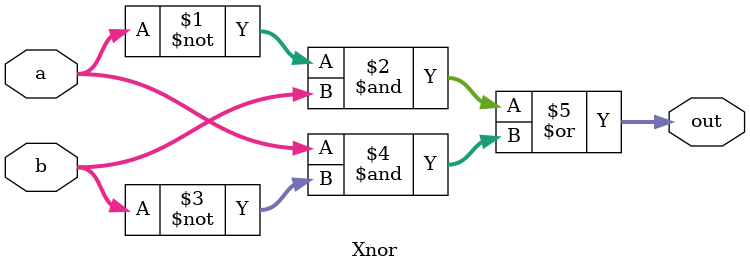
<source format=v>
module Xnor(a,b,out);
input [7:0] a,b;
output [7:0] out;
assign out = (~(a)&b)|(a&~b);
endmodule
</source>
